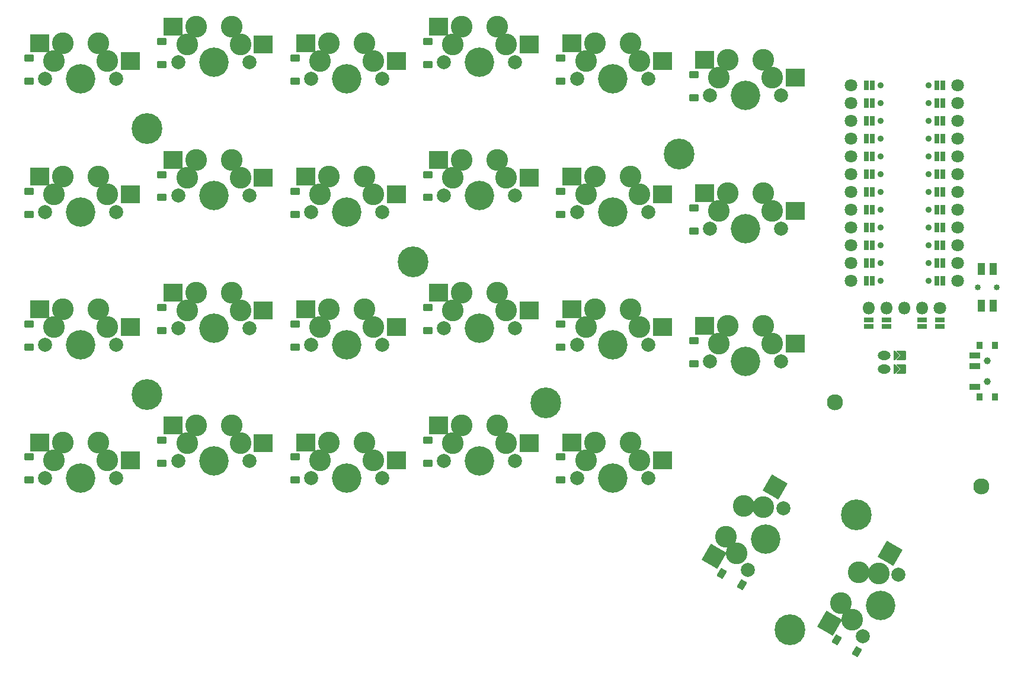
<source format=gbr>
%TF.GenerationSoftware,KiCad,Pcbnew,9.0.2*%
%TF.CreationDate,2025-06-15T23:24:52+08:00*%
%TF.ProjectId,eggada50_wireless_autorouted_manually_routed,65676761-6461-4353-905f-776972656c65,0.2*%
%TF.SameCoordinates,Original*%
%TF.FileFunction,Soldermask,Top*%
%TF.FilePolarity,Negative*%
%FSLAX46Y46*%
G04 Gerber Fmt 4.6, Leading zero omitted, Abs format (unit mm)*
G04 Created by KiCad (PCBNEW 9.0.2) date 2025-06-15 23:24:52*
%MOMM*%
%LPD*%
G01*
G04 APERTURE LIST*
G04 Aperture macros list*
%AMRoundRect*
0 Rectangle with rounded corners*
0 $1 Rounding radius*
0 $2 $3 $4 $5 $6 $7 $8 $9 X,Y pos of 4 corners*
0 Add a 4 corners polygon primitive as box body*
4,1,4,$2,$3,$4,$5,$6,$7,$8,$9,$2,$3,0*
0 Add four circle primitives for the rounded corners*
1,1,$1+$1,$2,$3*
1,1,$1+$1,$4,$5*
1,1,$1+$1,$6,$7*
1,1,$1+$1,$8,$9*
0 Add four rect primitives between the rounded corners*
20,1,$1+$1,$2,$3,$4,$5,0*
20,1,$1+$1,$4,$5,$6,$7,0*
20,1,$1+$1,$6,$7,$8,$9,0*
20,1,$1+$1,$8,$9,$2,$3,0*%
%AMFreePoly0*
4,1,16,0.635355,0.285355,0.650000,0.250000,0.650000,-1.000000,0.635355,-1.035355,0.600000,-1.050000,0.564645,-1.035355,0.000000,-0.470710,-0.564645,-1.035355,-0.600000,-1.050000,-0.635355,-1.035355,-0.650000,-1.000000,-0.650000,0.250000,-0.635355,0.285355,-0.600000,0.300000,0.600000,0.300000,0.635355,0.285355,0.635355,0.285355,$1*%
%AMFreePoly1*
4,1,14,0.035355,0.435355,0.635355,-0.164645,0.650000,-0.200000,0.650000,-0.400000,0.635355,-0.435355,0.600000,-0.450000,-0.600000,-0.450000,-0.635355,-0.435355,-0.650000,-0.400000,-0.650000,-0.200000,-0.635355,-0.164645,-0.035355,0.435355,0.000000,0.450000,0.035355,0.435355,0.035355,0.435355,$1*%
G04 Aperture macros list end*
%ADD10RoundRect,0.050000X0.600000X-0.450000X0.600000X0.450000X-0.600000X0.450000X-0.600000X-0.450000X0*%
%ADD11C,2.000000*%
%ADD12C,3.100000*%
%ADD13C,4.200000*%
%ADD14RoundRect,0.050000X-1.275000X-1.250000X1.275000X-1.250000X1.275000X1.250000X-1.275000X1.250000X0*%
%ADD15RoundRect,0.050000X0.400000X-0.500000X0.400000X0.500000X-0.400000X0.500000X-0.400000X-0.500000X0*%
%ADD16C,1.000000*%
%ADD17RoundRect,0.050000X0.750000X-0.350000X0.750000X0.350000X-0.750000X0.350000X-0.750000X-0.350000X0*%
%ADD18C,4.400000*%
%ADD19O,1.800000X1.800000*%
%ADD20C,1.800000*%
%ADD21RoundRect,0.050000X0.600000X-0.300000X0.600000X0.300000X-0.600000X0.300000X-0.600000X-0.300000X0*%
%ADD22C,2.300000*%
%ADD23FreePoly0,270.000000*%
%ADD24O,1.850000X1.300000*%
%ADD25FreePoly1,270.000000*%
%ADD26C,0.850000*%
%ADD27RoundRect,0.050000X0.500000X-0.775000X0.500000X0.775000X-0.500000X0.775000X-0.500000X-0.775000X0*%
%ADD28RoundRect,0.050000X0.445032X-1.729182X1.720032X0.479182X-0.445032X1.729182X-1.720032X-0.479182X0*%
%ADD29RoundRect,0.050000X-0.300000X-0.600000X0.300000X-0.600000X0.300000X0.600000X-0.300000X0.600000X0*%
%ADD30C,0.900000*%
%ADD31RoundRect,0.050000X0.689711X0.294615X-0.089711X0.744615X-0.689711X-0.294615X0.089711X-0.744615X0*%
G04 APERTURE END LIST*
D10*
%TO.C,D31*%
X111600000Y-78950000D03*
X111600000Y-75650000D03*
%TD*%
D11*
%TO.C,S35*%
X132920000Y-81000000D03*
D12*
X135460000Y-75920000D03*
D13*
X138000000Y-81000000D03*
D12*
X141810000Y-78460000D03*
D11*
X143080000Y-81000000D03*
D14*
X145085000Y-78460000D03*
X132158000Y-75920000D03*
%TD*%
D10*
%TO.C,D28*%
X92600000Y-62325000D03*
X92600000Y-59025000D03*
%TD*%
%TO.C,D33*%
X111600000Y-40950000D03*
X111600000Y-37650000D03*
%TD*%
%TO.C,D47*%
X187600000Y-64700000D03*
X187600000Y-61400000D03*
%TD*%
D15*
%TO.C,PWR1*%
X228415000Y-81100000D03*
X228415000Y-88400000D03*
D16*
X229525000Y-83250000D03*
X229525000Y-86250000D03*
D15*
X230625000Y-81100000D03*
X230625000Y-88400000D03*
D17*
X227765000Y-87000000D03*
X227765000Y-84000000D03*
X227765000Y-82500000D03*
%TD*%
D18*
%TO.C,MH6*%
X147500000Y-69125000D03*
%TD*%
D19*
%TO.C,DISP1*%
X212567000Y-75700000D03*
X215107000Y-75700000D03*
X217647000Y-75700000D03*
X220187000Y-75700000D03*
D20*
X222727000Y-75700000D03*
D21*
X212567000Y-78350000D03*
X215107000Y-78350000D03*
X220187000Y-78350000D03*
X222727000Y-78350000D03*
X212567000Y-77450000D03*
X215107000Y-77450000D03*
X220187000Y-77450000D03*
X222727000Y-77450000D03*
%TD*%
D18*
%TO.C,MH5*%
X185468000Y-53736000D03*
%TD*%
D11*
%TO.C,S42*%
X170920000Y-100000000D03*
D12*
X173460000Y-94920000D03*
D13*
X176000000Y-100000000D03*
D12*
X179810000Y-97460000D03*
D11*
X181080000Y-100000000D03*
D14*
X183085000Y-97460000D03*
X170158000Y-94920000D03*
%TD*%
D10*
%TO.C,D37*%
X130600000Y-43325000D03*
X130600000Y-40025000D03*
%TD*%
%TO.C,D41*%
X149600000Y-40950000D03*
X149600000Y-37650000D03*
%TD*%
D11*
%TO.C,S27*%
X94920000Y-81000000D03*
D12*
X97460000Y-75920000D03*
D13*
X100000000Y-81000000D03*
D12*
X103810000Y-78460000D03*
D11*
X105080000Y-81000000D03*
D14*
X107085000Y-78460000D03*
X94158000Y-75920000D03*
%TD*%
D18*
%TO.C,MH8*%
X210827200Y-105262800D03*
%TD*%
D11*
%TO.C,S31*%
X113920000Y-78625000D03*
D12*
X116460000Y-73545000D03*
D13*
X119000000Y-78625000D03*
D12*
X122810000Y-76085000D03*
D11*
X124080000Y-78625000D03*
D14*
X126085000Y-76085000D03*
X113158000Y-73545000D03*
%TD*%
D18*
%TO.C,MH7*%
X166468000Y-89261000D03*
%TD*%
D22*
%TO.C,MH1*%
X207762000Y-89226000D03*
%TD*%
D23*
%TO.C,JST1*%
X217566000Y-84500000D03*
X217566000Y-82500000D03*
D24*
X214750000Y-84500000D03*
X214750000Y-82500000D03*
D25*
X216550000Y-84500000D03*
X216550000Y-82500000D03*
%TD*%
D10*
%TO.C,D26*%
X92600000Y-100325000D03*
X92600000Y-97025000D03*
%TD*%
D26*
%TO.C,RST1*%
X230875000Y-72750000D03*
X228125000Y-72750000D03*
D27*
X230350000Y-75375000D03*
X228650000Y-75375000D03*
X230350000Y-70125000D03*
X228650000Y-70125000D03*
%TD*%
D11*
%TO.C,S28*%
X94920000Y-62000000D03*
D12*
X97460000Y-56920000D03*
D13*
X100000000Y-62000000D03*
D12*
X103810000Y-59460000D03*
D11*
X105080000Y-62000000D03*
D14*
X107085000Y-59460000D03*
X94158000Y-56920000D03*
%TD*%
D11*
%TO.C,S38*%
X151920000Y-97625000D03*
D12*
X154460000Y-92545000D03*
D13*
X157000000Y-97625000D03*
D12*
X160810000Y-95085000D03*
D11*
X162080000Y-97625000D03*
D14*
X164085000Y-95085000D03*
X151158000Y-92545000D03*
%TD*%
D10*
%TO.C,D40*%
X149600000Y-59950000D03*
X149600000Y-56650000D03*
%TD*%
D11*
%TO.C,S47*%
X189920000Y-64375000D03*
D12*
X192460000Y-59295000D03*
D13*
X195000000Y-64375000D03*
D12*
X198810000Y-61835000D03*
D11*
X200080000Y-64375000D03*
D14*
X202085000Y-61835000D03*
X189158000Y-59295000D03*
%TD*%
D11*
%TO.C,S33*%
X113920000Y-40625000D03*
D12*
X116460000Y-35545000D03*
D13*
X119000000Y-40625000D03*
D12*
X122810000Y-38085000D03*
D11*
X124080000Y-40625000D03*
D14*
X126085000Y-38085000D03*
X113158000Y-35545000D03*
%TD*%
D10*
%TO.C,D34*%
X130600000Y-100325000D03*
X130600000Y-97025000D03*
%TD*%
D11*
%TO.C,S46*%
X189920000Y-83375000D03*
D12*
X192460000Y-78295000D03*
D13*
X195000000Y-83375000D03*
D12*
X198810000Y-80835000D03*
D11*
X200080000Y-83375000D03*
D14*
X202085000Y-80835000D03*
X189158000Y-78295000D03*
%TD*%
D18*
%TO.C,MH4*%
X109500000Y-88125000D03*
%TD*%
D10*
%TO.C,D32*%
X111600000Y-59950000D03*
X111600000Y-56650000D03*
%TD*%
%TO.C,D38*%
X149600000Y-97950000D03*
X149600000Y-94650000D03*
%TD*%
D11*
%TO.C,S37*%
X132920000Y-43000000D03*
D12*
X135460000Y-37920000D03*
D13*
X138000000Y-43000000D03*
D12*
X141810000Y-40460000D03*
D11*
X143080000Y-43000000D03*
D14*
X145085000Y-40460000D03*
X132158000Y-37920000D03*
%TD*%
D11*
%TO.C,S50*%
X211764500Y-122639409D03*
D12*
X208635091Y-117899705D03*
D13*
X214304500Y-118240000D03*
D12*
X214009795Y-113670443D03*
D11*
X216844500Y-113840591D03*
D28*
X215647295Y-110834210D03*
X206984091Y-120759320D03*
%TD*%
D10*
%TO.C,D48*%
X187600000Y-45700000D03*
X187600000Y-42400000D03*
%TD*%
%TO.C,D45*%
X168600000Y-43325000D03*
X168600000Y-40025000D03*
%TD*%
D11*
%TO.C,S39*%
X151920000Y-78625000D03*
D12*
X154460000Y-73545000D03*
D13*
X157000000Y-78625000D03*
D12*
X160810000Y-76085000D03*
D11*
X162080000Y-78625000D03*
D14*
X164085000Y-76085000D03*
X151158000Y-73545000D03*
%TD*%
D18*
%TO.C,MH9*%
X201327200Y-121717200D03*
%TD*%
D29*
%TO.C,MCU1*%
X223184000Y-43920000D03*
D20*
X225324000Y-43920000D03*
D29*
X223184000Y-46460000D03*
D20*
X225324000Y-46460000D03*
D29*
X223184000Y-49000000D03*
D20*
X225324000Y-49000000D03*
D29*
X223184000Y-51540000D03*
D20*
X225324000Y-51540000D03*
D29*
X223184000Y-54080000D03*
D20*
X225324000Y-54080000D03*
D29*
X223184000Y-56620000D03*
D20*
X225324000Y-56620000D03*
D29*
X223184000Y-59160000D03*
D20*
X225324000Y-59160000D03*
D29*
X223184000Y-61700000D03*
D20*
X225324000Y-61700000D03*
D29*
X223184000Y-64240000D03*
D20*
X225324000Y-64240000D03*
D29*
X223184000Y-66780000D03*
D20*
X225324000Y-66780000D03*
D29*
X223184000Y-69320000D03*
D20*
X225324000Y-69320000D03*
D29*
X223184000Y-71860000D03*
D20*
X225324000Y-71860000D03*
X210084000Y-71860000D03*
D29*
X212224000Y-71860000D03*
D20*
X210084000Y-69320000D03*
D29*
X212224000Y-69320000D03*
D20*
X210084000Y-66780000D03*
D29*
X212224000Y-66780000D03*
D20*
X210084000Y-64240000D03*
D29*
X212224000Y-64240000D03*
D20*
X210084000Y-61700000D03*
D29*
X212224000Y-61700000D03*
D20*
X210084000Y-59160000D03*
D29*
X212224000Y-59160000D03*
D20*
X210084000Y-56620000D03*
D29*
X212224000Y-56620000D03*
D20*
X210084000Y-54080000D03*
D29*
X212224000Y-54080000D03*
D20*
X210084000Y-51540000D03*
D29*
X212224000Y-51540000D03*
D20*
X210084000Y-49000000D03*
D29*
X212224000Y-49000000D03*
D20*
X210084000Y-46460000D03*
D29*
X212224000Y-46460000D03*
D20*
X210084000Y-43920000D03*
D29*
X212224000Y-43920000D03*
D30*
X221104000Y-43920000D03*
D29*
X222284000Y-43920000D03*
D30*
X221104000Y-46460000D03*
D29*
X222284000Y-46460000D03*
D30*
X221104000Y-49000000D03*
D29*
X222284000Y-49000000D03*
D30*
X221104000Y-51540000D03*
D29*
X222284000Y-51540000D03*
D30*
X221104000Y-54080000D03*
D29*
X222284000Y-54080000D03*
D30*
X221104000Y-56620000D03*
D29*
X222284000Y-56620000D03*
D30*
X221104000Y-59160000D03*
D29*
X222284000Y-59160000D03*
D30*
X221104000Y-61700000D03*
D29*
X222284000Y-61700000D03*
D30*
X221104000Y-64240000D03*
D29*
X222284000Y-64240000D03*
D30*
X221104000Y-66780000D03*
D29*
X222284000Y-66780000D03*
D30*
X221104000Y-69320000D03*
D29*
X222284000Y-69320000D03*
D30*
X221104000Y-71860000D03*
D29*
X222284000Y-71860000D03*
X213124000Y-71860000D03*
D30*
X214304000Y-71860000D03*
D29*
X213124000Y-69320000D03*
D30*
X214304000Y-69320000D03*
D29*
X213124000Y-66780000D03*
D30*
X214304000Y-66780000D03*
D29*
X213124000Y-64240000D03*
D30*
X214304000Y-64240000D03*
D29*
X213124000Y-61700000D03*
D30*
X214304000Y-61700000D03*
D29*
X213124000Y-59160000D03*
D30*
X214304000Y-59160000D03*
D29*
X213124000Y-56620000D03*
D30*
X214304000Y-56620000D03*
D29*
X213124000Y-54080000D03*
D30*
X214304000Y-54080000D03*
D29*
X213124000Y-51540000D03*
D30*
X214304000Y-51540000D03*
D29*
X213124000Y-49000000D03*
D30*
X214304000Y-49000000D03*
D29*
X213124000Y-46460000D03*
D30*
X214304000Y-46460000D03*
D29*
X213124000Y-43920000D03*
D30*
X214304000Y-43920000D03*
%TD*%
D11*
%TO.C,S34*%
X132920000Y-100000000D03*
D12*
X135460000Y-94920000D03*
D13*
X138000000Y-100000000D03*
D12*
X141810000Y-97460000D03*
D11*
X143080000Y-100000000D03*
D14*
X145085000Y-97460000D03*
X132158000Y-94920000D03*
%TD*%
D10*
%TO.C,D29*%
X92600000Y-43325000D03*
X92600000Y-40025000D03*
%TD*%
D11*
%TO.C,S49*%
X195310000Y-113139409D03*
D12*
X192180591Y-108399705D03*
D13*
X197850000Y-108740000D03*
D12*
X197555295Y-104170443D03*
D11*
X200390000Y-104340591D03*
D28*
X199192795Y-101334210D03*
X190529591Y-111259320D03*
%TD*%
D10*
%TO.C,D36*%
X130600000Y-62325000D03*
X130600000Y-59025000D03*
%TD*%
%TO.C,D35*%
X130600000Y-81325000D03*
X130600000Y-78025000D03*
%TD*%
D11*
%TO.C,S32*%
X113920000Y-59625000D03*
D12*
X116460000Y-54545000D03*
D13*
X119000000Y-59625000D03*
D12*
X122810000Y-57085000D03*
D11*
X124080000Y-59625000D03*
D14*
X126085000Y-57085000D03*
X113158000Y-54545000D03*
%TD*%
D11*
%TO.C,S44*%
X170920000Y-62000000D03*
D12*
X173460000Y-56920000D03*
D13*
X176000000Y-62000000D03*
D12*
X179810000Y-59460000D03*
D11*
X181080000Y-62000000D03*
D14*
X183085000Y-59460000D03*
X170158000Y-56920000D03*
%TD*%
D10*
%TO.C,D46*%
X187600000Y-83700000D03*
X187600000Y-80400000D03*
%TD*%
D11*
%TO.C,S48*%
X189920000Y-45375000D03*
D12*
X192460000Y-40295000D03*
D13*
X195000000Y-45375000D03*
D12*
X198810000Y-42835000D03*
D11*
X200080000Y-45375000D03*
D14*
X202085000Y-42835000D03*
X189158000Y-40295000D03*
%TD*%
D10*
%TO.C,D39*%
X149600000Y-78950000D03*
X149600000Y-75650000D03*
%TD*%
D18*
%TO.C,MH3*%
X109500000Y-50125000D03*
%TD*%
D10*
%TO.C,D30*%
X111600000Y-97950000D03*
X111600000Y-94650000D03*
%TD*%
D11*
%TO.C,S45*%
X170920000Y-43000000D03*
D12*
X173460000Y-37920000D03*
D13*
X176000000Y-43000000D03*
D12*
X179810000Y-40460000D03*
D11*
X181080000Y-43000000D03*
D14*
X183085000Y-40460000D03*
X170158000Y-37920000D03*
%TD*%
D10*
%TO.C,D27*%
X92600000Y-81325000D03*
X92600000Y-78025000D03*
%TD*%
D31*
%TO.C,D50*%
X210885942Y-124811100D03*
X208028058Y-123161100D03*
%TD*%
D11*
%TO.C,S40*%
X151920000Y-59625000D03*
D12*
X154460000Y-54545000D03*
D13*
X157000000Y-59625000D03*
D12*
X160810000Y-57085000D03*
D11*
X162080000Y-59625000D03*
D14*
X164085000Y-57085000D03*
X151158000Y-54545000D03*
%TD*%
D22*
%TO.C,MH2*%
X228694000Y-101245000D03*
%TD*%
D11*
%TO.C,S36*%
X132920000Y-62000000D03*
D12*
X135460000Y-56920000D03*
D13*
X138000000Y-62000000D03*
D12*
X141810000Y-59460000D03*
D11*
X143080000Y-62000000D03*
D14*
X145085000Y-59460000D03*
X132158000Y-56920000D03*
%TD*%
D11*
%TO.C,S29*%
X94920000Y-43000000D03*
D12*
X97460000Y-37920000D03*
D13*
X100000000Y-43000000D03*
D12*
X103810000Y-40460000D03*
D11*
X105080000Y-43000000D03*
D14*
X107085000Y-40460000D03*
X94158000Y-37920000D03*
%TD*%
D31*
%TO.C,D49*%
X194431442Y-115311100D03*
X191573558Y-113661100D03*
%TD*%
D10*
%TO.C,D44*%
X168600000Y-62325000D03*
X168600000Y-59025000D03*
%TD*%
D11*
%TO.C,S41*%
X151920000Y-40625000D03*
D12*
X154460000Y-35545000D03*
D13*
X157000000Y-40625000D03*
D12*
X160810000Y-38085000D03*
D11*
X162080000Y-40625000D03*
D14*
X164085000Y-38085000D03*
X151158000Y-35545000D03*
%TD*%
D11*
%TO.C,S43*%
X170920000Y-81000000D03*
D12*
X173460000Y-75920000D03*
D13*
X176000000Y-81000000D03*
D12*
X179810000Y-78460000D03*
D11*
X181080000Y-81000000D03*
D14*
X183085000Y-78460000D03*
X170158000Y-75920000D03*
%TD*%
D10*
%TO.C,D42*%
X168600000Y-100325000D03*
X168600000Y-97025000D03*
%TD*%
D11*
%TO.C,S26*%
X94920000Y-100000000D03*
D12*
X97460000Y-94920000D03*
D13*
X100000000Y-100000000D03*
D12*
X103810000Y-97460000D03*
D11*
X105080000Y-100000000D03*
D14*
X107085000Y-97460000D03*
X94158000Y-94920000D03*
%TD*%
D11*
%TO.C,S30*%
X113920000Y-97625000D03*
D12*
X116460000Y-92545000D03*
D13*
X119000000Y-97625000D03*
D12*
X122810000Y-95085000D03*
D11*
X124080000Y-97625000D03*
D14*
X126085000Y-95085000D03*
X113158000Y-92545000D03*
%TD*%
D11*
%TO.C,S10*%
X132920000Y-81000000D03*
D12*
X134190000Y-78460000D03*
D13*
X138000000Y-81000000D03*
D12*
X140540000Y-75920000D03*
D11*
X143080000Y-81000000D03*
%TD*%
%TO.C,S6*%
X113920000Y-78625000D03*
D12*
X115190000Y-76085000D03*
D13*
X119000000Y-78625000D03*
D12*
X121540000Y-73545000D03*
D11*
X124080000Y-78625000D03*
%TD*%
%TO.C,S23*%
X189920000Y-45375000D03*
D12*
X191190000Y-42835000D03*
D13*
X195000000Y-45375000D03*
D12*
X197540000Y-40295000D03*
D11*
X200080000Y-45375000D03*
%TD*%
%TO.C,S19*%
X170920000Y-62000000D03*
D12*
X172190000Y-59460000D03*
D13*
X176000000Y-62000000D03*
D12*
X178540000Y-56920000D03*
D11*
X181080000Y-62000000D03*
%TD*%
%TO.C,S20*%
X170920000Y-43000000D03*
D12*
X172190000Y-40460000D03*
D13*
X176000000Y-43000000D03*
D12*
X178540000Y-37920000D03*
D11*
X181080000Y-43000000D03*
%TD*%
%TO.C,S13*%
X151920000Y-97625000D03*
D12*
X153190000Y-95085000D03*
D13*
X157000000Y-97625000D03*
D12*
X159540000Y-92545000D03*
D11*
X162080000Y-97625000D03*
%TD*%
%TO.C,S11*%
X132920000Y-62000000D03*
D12*
X134190000Y-59460000D03*
D13*
X138000000Y-62000000D03*
D12*
X140540000Y-56920000D03*
D11*
X143080000Y-62000000D03*
%TD*%
%TO.C,S4*%
X94920000Y-43000000D03*
D12*
X96190000Y-40460000D03*
D13*
X100000000Y-43000000D03*
D12*
X102540000Y-37920000D03*
D11*
X105080000Y-43000000D03*
%TD*%
%TO.C,S17*%
X170920000Y-100000000D03*
D12*
X172190000Y-97460000D03*
D13*
X176000000Y-100000000D03*
D12*
X178540000Y-94920000D03*
D11*
X181080000Y-100000000D03*
%TD*%
%TO.C,S16*%
X151920000Y-40625000D03*
D12*
X153190000Y-38085000D03*
D13*
X157000000Y-40625000D03*
D12*
X159540000Y-35545000D03*
D11*
X162080000Y-40625000D03*
%TD*%
%TO.C,S1*%
X94920000Y-100000000D03*
D12*
X96190000Y-97460000D03*
D13*
X100000000Y-100000000D03*
D12*
X102540000Y-94920000D03*
D11*
X105080000Y-100000000D03*
%TD*%
%TO.C,S15*%
X151920000Y-59625000D03*
D12*
X153190000Y-57085000D03*
D13*
X157000000Y-59625000D03*
D12*
X159540000Y-54545000D03*
D11*
X162080000Y-59625000D03*
%TD*%
%TO.C,S25*%
X211764500Y-122639409D03*
D12*
X210199795Y-120269557D03*
D13*
X214304500Y-118240000D03*
D12*
X211175091Y-113500295D03*
D11*
X216844500Y-113840591D03*
%TD*%
%TO.C,S18*%
X170920000Y-81000000D03*
D12*
X172190000Y-78460000D03*
D13*
X176000000Y-81000000D03*
D12*
X178540000Y-75920000D03*
D11*
X181080000Y-81000000D03*
%TD*%
%TO.C,S24*%
X195310000Y-113139409D03*
D12*
X193745295Y-110769557D03*
D13*
X197850000Y-108740000D03*
D12*
X194720591Y-104000295D03*
D11*
X200390000Y-104340591D03*
%TD*%
%TO.C,S8*%
X113920000Y-40625000D03*
D12*
X115190000Y-38085000D03*
D13*
X119000000Y-40625000D03*
D12*
X121540000Y-35545000D03*
D11*
X124080000Y-40625000D03*
%TD*%
%TO.C,S22*%
X189920000Y-64375000D03*
D12*
X191190000Y-61835000D03*
D13*
X195000000Y-64375000D03*
D12*
X197540000Y-59295000D03*
D11*
X200080000Y-64375000D03*
%TD*%
%TO.C,S21*%
X189920000Y-83375000D03*
D12*
X191190000Y-80835000D03*
D13*
X195000000Y-83375000D03*
D12*
X197540000Y-78295000D03*
D11*
X200080000Y-83375000D03*
%TD*%
%TO.C,S12*%
X132920000Y-43000000D03*
D12*
X134190000Y-40460000D03*
D13*
X138000000Y-43000000D03*
D12*
X140540000Y-37920000D03*
D11*
X143080000Y-43000000D03*
%TD*%
%TO.C,S5*%
X113920000Y-97625000D03*
D12*
X115190000Y-95085000D03*
D13*
X119000000Y-97625000D03*
D12*
X121540000Y-92545000D03*
D11*
X124080000Y-97625000D03*
%TD*%
%TO.C,S14*%
X151920000Y-78625000D03*
D12*
X153190000Y-76085000D03*
D13*
X157000000Y-78625000D03*
D12*
X159540000Y-73545000D03*
D11*
X162080000Y-78625000D03*
%TD*%
%TO.C,S2*%
X94920000Y-81000000D03*
D12*
X96190000Y-78460000D03*
D13*
X100000000Y-81000000D03*
D12*
X102540000Y-75920000D03*
D11*
X105080000Y-81000000D03*
%TD*%
%TO.C,S9*%
X132920000Y-100000000D03*
D12*
X134190000Y-97460000D03*
D13*
X138000000Y-100000000D03*
D12*
X140540000Y-94920000D03*
D11*
X143080000Y-100000000D03*
%TD*%
%TO.C,S3*%
X94920000Y-62000000D03*
D12*
X96190000Y-59460000D03*
D13*
X100000000Y-62000000D03*
D12*
X102540000Y-56920000D03*
D11*
X105080000Y-62000000D03*
%TD*%
%TO.C,S7*%
X113920000Y-59625000D03*
D12*
X115190000Y-57085000D03*
D13*
X119000000Y-59625000D03*
D12*
X121540000Y-54545000D03*
D11*
X124080000Y-59625000D03*
%TD*%
D10*
%TO.C,D43*%
X168600000Y-81325000D03*
X168600000Y-78025000D03*
%TD*%
M02*

</source>
